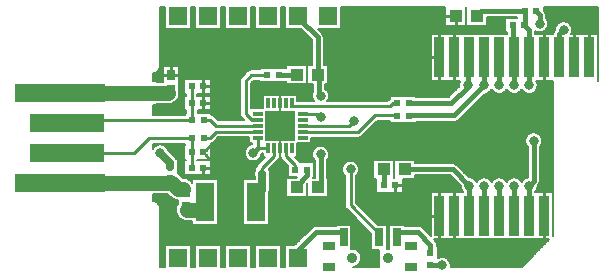
<source format=gtl>
G04 EasyPC Gerber Version 20.0.2 Build 4112 *
G04 #@! TF.Part,Single*
G04 #@! TF.FileFunction,Copper,L1,Top *
%FSLAX24Y24*%
%MOIN*%
G04 #@! TA.AperFunction,SMDPad*
%ADD22R,0.01200X0.03200*%
%ADD23R,0.03200X0.01200*%
%ADD26R,0.02200X0.02000*%
%ADD17R,0.02400X0.02400*%
%ADD16R,0.02400X0.02400*%
%ADD19R,0.02756X0.05906*%
%ADD27R,0.02800X0.03500*%
%ADD15R,0.03200X0.13200*%
%ADD71R,0.03937X0.03150*%
%ADD18R,0.04291X0.03937*%
%ADD25R,0.06000X0.12800*%
G04 #@! TA.AperFunction,ComponentPad*
%ADD28R,0.06000X0.06000*%
G04 #@! TA.AperFunction,SMDPad*
%ADD24R,0.10000X0.10000*%
G04 #@! TD.AperFunction*
%ADD10C,0.00500*%
%ADD14C,0.01000*%
%ADD74C,0.01500*%
%ADD72C,0.02500*%
G04 #@! TA.AperFunction,ViaPad*
%ADD29C,0.03200*%
G04 #@! TA.AperFunction,ComponentPad*
%ADD70C,0.03543*%
G04 #@! TA.AperFunction,SMDPad*
%ADD21R,0.25000X0.06300*%
%ADD20R,0.30000X0.06300*%
G04 #@! TD.AperFunction*
%ADD73C,0.05000*%
X0Y0D02*
D02*
D10*
X5025Y2525D02*
X5053Y2523D01*
X5081Y2519*
X5108Y2511*
X5133Y2500*
X5158Y2487*
X5181Y2471*
X5202Y2452*
X5220Y2431*
X5237Y2408*
X5250Y2384*
X5261Y2358*
X5269Y2331*
X5273Y2303*
X5275Y2275*
Y325*
X5450*
Y1050*
X6300*
Y325*
X6450*
Y1050*
X7300*
Y325*
X7450*
Y1050*
X7875*
Y4637*
X7205*
X7061Y4491*
X7045Y4477*
X7028Y4465*
X7010Y4454*
X6990Y4446*
X6970Y4440*
Y4370*
X6960*
Y3890*
X6500*
Y3870*
X6960*
Y3380*
X6080*
Y3870*
X6150*
Y3890*
X6080*
Y4380*
X6090*
Y4434*
X5025*
Y4262*
X5040Y4287*
X5058Y4310*
X5078Y4331*
X5100Y4350*
X5124Y4367*
X5150Y4381*
X5176Y4392*
X5204Y4401*
X5233Y4407*
X5262Y4410*
X5291Y4410*
X5320Y4406*
X5349Y4400*
X5377Y4391*
X5403Y4380*
X5429Y4365*
X5452Y4348*
X5474Y4329*
X5494Y4307*
X5512Y4284*
X5527Y4259*
X5539Y4233*
X5549Y4205*
X5792Y3962*
X5806Y3946*
X5820Y3928*
X5831Y3910*
X5860*
Y3835*
X5864Y3810*
X5865Y3785*
Y3665*
X5864Y3640*
X5860Y3615*
Y3451*
X5889Y3433*
X5915Y3413*
X5940Y3390*
X6030Y3300*
X6064Y3298*
X6098Y3294*
X6130Y3286*
X6163Y3276*
X6194Y3262*
X6223Y3246*
X6251Y3228*
X6278Y3207*
X6302Y3183*
X6324Y3158*
X6344Y3130*
X6350*
Y3240*
X7200*
Y1710*
X6350*
Y1850*
X6175*
X6141Y1852*
X6108Y1856*
X6075Y1864*
X6043Y1874*
X6012Y1888*
X5982Y1904*
X5954Y1922*
X5927Y1944*
X5903Y1967*
X5881Y1993*
X5861Y2020*
X5860*
Y2022*
X5843Y2050*
X5829Y2080*
X5818Y2111*
X5809Y2143*
X5803Y2176*
X5800Y2208*
Y2242*
X5803Y2274*
X5809Y2307*
X5818Y2339*
X5829Y2370*
X5843Y2400*
X5860Y2428*
Y2550*
X5829Y2553*
X5798Y2558*
X5768Y2566*
X5739Y2576*
X5711Y2588*
X5683Y2603*
X5657Y2620*
X5633Y2639*
X5610Y2660*
X5520Y2750*
X5025*
Y2525*
X5275Y364D02*
X5450D01*
X6300D02*
X6450D01*
X7300D02*
X7450D01*
X5275Y412D02*
X5450D01*
X6300D02*
X6450D01*
X7300D02*
X7450D01*
X5275Y460D02*
X5450D01*
X6300D02*
X6450D01*
X7300D02*
X7450D01*
X5275Y508D02*
X5450D01*
X6300D02*
X6450D01*
X7300D02*
X7450D01*
X5275Y556D02*
X5450D01*
X6300D02*
X6450D01*
X7300D02*
X7450D01*
X5275Y604D02*
X5450D01*
X6300D02*
X6450D01*
X7300D02*
X7450D01*
X5275Y652D02*
X5450D01*
X6300D02*
X6450D01*
X7300D02*
X7450D01*
X5275Y700D02*
X5450D01*
X6300D02*
X6450D01*
X7300D02*
X7450D01*
X5275Y748D02*
X5450D01*
X6300D02*
X6450D01*
X7300D02*
X7450D01*
X5275Y796D02*
X5450D01*
X6300D02*
X6450D01*
X7300D02*
X7450D01*
X5275Y844D02*
X5450D01*
X6300D02*
X6450D01*
X7300D02*
X7450D01*
X5275Y892D02*
X5450D01*
X6300D02*
X6450D01*
X7300D02*
X7450D01*
X5275Y940D02*
X5450D01*
X6300D02*
X6450D01*
X7300D02*
X7450D01*
X5275Y988D02*
X5450D01*
X6300D02*
X6450D01*
X7300D02*
X7450D01*
X5275Y1036D02*
X5450D01*
X6300D02*
X6450D01*
X7300D02*
X7450D01*
X5275Y1084D02*
X7875D01*
X5275Y1132D02*
X7875D01*
X5275Y1180D02*
X7875D01*
X5275Y1228D02*
X7875D01*
X5275Y1276D02*
X7875D01*
X5275Y1324D02*
X7875D01*
X5275Y1372D02*
X7875D01*
X5275Y1420D02*
X7875D01*
X5275Y1468D02*
X7875D01*
X5275Y1516D02*
X7875D01*
X5275Y1564D02*
X7875D01*
X5275Y1612D02*
X7875D01*
X5275Y1660D02*
X7875D01*
X5275Y1708D02*
X7875D01*
X5275Y1756D02*
X6350D01*
X7200D02*
X7875D01*
X5275Y1805D02*
X6350D01*
X7200D02*
X7875D01*
X5275Y1853D02*
X6131D01*
X7200D02*
X7875D01*
X5275Y1901D02*
X5987D01*
X7200D02*
X7875D01*
X5275Y1949D02*
X5922D01*
X7200D02*
X7875D01*
X5275Y1997D02*
X5878D01*
X7200D02*
X7875D01*
X5275Y2045D02*
X5846D01*
X7200D02*
X7875D01*
X5275Y2093D02*
X5824D01*
X7200D02*
X7875D01*
X5275Y2141D02*
X5810D01*
X7200D02*
X7875D01*
X5275Y2189D02*
X5802D01*
X7200D02*
X7875D01*
X5275Y2237D02*
X5800D01*
X7200D02*
X7875D01*
X5275Y2285D02*
X5805D01*
X7200D02*
X7875D01*
X5268Y2333D02*
X5816D01*
X7200D02*
X7875D01*
X5251Y2381D02*
X5834D01*
X7200D02*
X7875D01*
X5222Y2429D02*
X5860D01*
X7200D02*
X7875D01*
X5172Y2477D02*
X5860D01*
X7200D02*
X7875D01*
X5025Y2525D02*
X5860D01*
X7200D02*
X7875D01*
X5025Y2573D02*
X5746D01*
X7200D02*
X7875D01*
X5025Y2621D02*
X5655D01*
X7200D02*
X7875D01*
X5025Y2669D02*
X5601D01*
X7200D02*
X7875D01*
X5025Y2717D02*
X5553D01*
X7200D02*
X7875D01*
X7200Y2765D02*
X7875D01*
X7200Y2813D02*
X7875D01*
X7200Y2861D02*
X7875D01*
X7200Y2909D02*
X7875D01*
X7200Y2957D02*
X7875D01*
X7200Y3005D02*
X7875D01*
X7200Y3053D02*
X7875D01*
X7200Y3101D02*
X7875D01*
X6330Y3149D02*
X6350D01*
X7200D02*
X7875D01*
X6288Y3197D02*
X6350D01*
X7200D02*
X7875D01*
X6225Y3245D02*
X7875D01*
X6099Y3294D02*
X7875D01*
X5989Y3342D02*
X7875D01*
X5941Y3390D02*
X6080D01*
X6960D02*
X7875D01*
X5882Y3438D02*
X6080D01*
X6960D02*
X7875D01*
X5860Y3486D02*
X6080D01*
X6960D02*
X7875D01*
X5860Y3534D02*
X6080D01*
X6960D02*
X7875D01*
X5860Y3582D02*
X6080D01*
X6960D02*
X7875D01*
X5863Y3630D02*
X6080D01*
X6960D02*
X7875D01*
X5865Y3678D02*
X6080D01*
X6960D02*
X7875D01*
X5865Y3726D02*
X6080D01*
X6960D02*
X7875D01*
X5865Y3774D02*
X6080D01*
X6960D02*
X7875D01*
X5862Y3822D02*
X6080D01*
X6960D02*
X7875D01*
X5860Y3870D02*
X6150D01*
X6500D02*
X7875D01*
X5827Y3918D02*
X6080D01*
X6960D02*
X7875D01*
X5788Y3966D02*
X6080D01*
X6960D02*
X7875D01*
X5740Y4014D02*
X6080D01*
X6960D02*
X7875D01*
X5692Y4062D02*
X6080D01*
X6960D02*
X7875D01*
X5644Y4110D02*
X6080D01*
X6960D02*
X7875D01*
X5595Y4158D02*
X6080D01*
X6960D02*
X7875D01*
X5548Y4206D02*
X6080D01*
X6960D02*
X7875D01*
X5529Y4254D02*
X6080D01*
X6960D02*
X7875D01*
X5025Y4302D02*
X5052D01*
X5498D02*
X6080D01*
X6960D02*
X7875D01*
X5025Y4350D02*
X5100D01*
X5450D02*
X6080D01*
X6960D02*
X7875D01*
X5025Y4398D02*
X5194D01*
X5356D02*
X6090D01*
X6970D02*
X7875D01*
X6992Y4446D02*
X7875D01*
X7064Y4494D02*
X7875D01*
X7111Y4542D02*
X7875D01*
X7159Y4590D02*
X7875D01*
X5025Y5390D02*
X6090D01*
Y5460*
X6144*
Y5540*
X6080*
Y6030*
X6150*
Y6090*
X6080*
Y6580*
X6960*
Y6090*
X6500*
Y6030*
X6960*
Y5540*
X6526*
Y5460*
X6970*
Y5410*
X6990Y5404*
X7009Y5396*
X7027Y5386*
X7044Y5374*
X7060Y5360*
X7204Y5216*
X7875*
Y8250*
X7450*
Y8975*
X7300*
Y8250*
X6450*
Y8975*
X6300*
Y8250*
X5450*
Y8975*
X5275*
Y7025*
X5273Y6997*
X5269Y6969*
X5261Y6942*
X5250Y6917*
X5237Y6892*
X5221Y6869*
X5202Y6848*
X5181Y6830*
X5158Y6813*
X5134Y6800*
X5108Y6789*
X5081Y6781*
X5053Y6777*
X5025Y6775*
Y6532*
X5058Y6531*
X5090Y6527*
X5122Y6521*
X5153Y6512*
X5184Y6500*
X5360*
Y7030*
X5890*
Y6230*
X5897Y6201*
X5902Y6171*
X5905Y6140*
Y6110*
X5902Y6079*
X5897Y6049*
X5890Y6020*
Y5920*
X5844*
X5824Y5893*
X5802Y5867*
X5778Y5844*
X5751Y5822*
X5723Y5804*
X5694Y5788*
X5662Y5774*
X5630Y5764*
X5597Y5756*
X5564Y5752*
X5530Y5750*
X5184*
X5153Y5738*
X5122Y5729*
X5090Y5723*
X5058Y5719*
X5025Y5718*
Y5390*
X7174Y5246D02*
X7875D01*
X7126Y5294D02*
X7875D01*
X7078Y5342D02*
X7875D01*
X5025Y5390D02*
X6090D01*
X7021D02*
X7875D01*
X5025Y5438D02*
X6090D01*
X6970D02*
X7875D01*
X5025Y5486D02*
X6144D01*
X6526D02*
X7875D01*
X5025Y5534D02*
X6144D01*
X6526D02*
X7875D01*
X5025Y5582D02*
X6080D01*
X6960D02*
X7875D01*
X5025Y5630D02*
X6080D01*
X6960D02*
X7875D01*
X5025Y5678D02*
X6080D01*
X6960D02*
X7875D01*
X5108Y5726D02*
X6080D01*
X6960D02*
X7875D01*
X5663Y5774D02*
X6080D01*
X6960D02*
X7875D01*
X5751Y5822D02*
X6080D01*
X6960D02*
X7875D01*
X5805Y5870D02*
X6080D01*
X6960D02*
X7875D01*
X5843Y5918D02*
X6080D01*
X6960D02*
X7875D01*
X5890Y5966D02*
X6080D01*
X6960D02*
X7875D01*
X5890Y6014D02*
X6080D01*
X6960D02*
X7875D01*
X5900Y6062D02*
X6150D01*
X6500D02*
X7875D01*
X5905Y6110D02*
X6080D01*
X6960D02*
X7875D01*
X5904Y6159D02*
X6080D01*
X6960D02*
X7875D01*
X5896Y6207D02*
X6080D01*
X6960D02*
X7875D01*
X5890Y6255D02*
X6080D01*
X6960D02*
X7875D01*
X5890Y6303D02*
X6080D01*
X6960D02*
X7875D01*
X5890Y6351D02*
X6080D01*
X6960D02*
X7875D01*
X5890Y6399D02*
X6080D01*
X6960D02*
X7875D01*
X5890Y6447D02*
X6080D01*
X6960D02*
X7875D01*
X5890Y6495D02*
X6080D01*
X6960D02*
X7875D01*
X5025Y6543D02*
X5360D01*
X5890D02*
X6080D01*
X6960D02*
X7875D01*
X5025Y6591D02*
X5360D01*
X5890D02*
X7875D01*
X5025Y6639D02*
X5360D01*
X5890D02*
X7875D01*
X5025Y6687D02*
X5360D01*
X5890D02*
X7875D01*
X5025Y6735D02*
X5360D01*
X5890D02*
X7875D01*
X5087Y6783D02*
X5360D01*
X5890D02*
X7875D01*
X5183Y6831D02*
X5360D01*
X5890D02*
X7875D01*
X5228Y6879D02*
X5360D01*
X5890D02*
X7875D01*
X5255Y6927D02*
X5360D01*
X5890D02*
X7875D01*
X5270Y6975D02*
X5360D01*
X5890D02*
X7875D01*
X5275Y7023D02*
X5360D01*
X5890D02*
X7875D01*
X5275Y7071D02*
X7875D01*
X5275Y7119D02*
X7875D01*
X5275Y7167D02*
X7875D01*
X5275Y7215D02*
X7875D01*
X5275Y7263D02*
X7875D01*
X5275Y7311D02*
X7875D01*
X5275Y7359D02*
X7875D01*
X5275Y7407D02*
X7875D01*
X5275Y7455D02*
X7875D01*
X5275Y7503D02*
X7875D01*
X5275Y7551D02*
X7875D01*
X5275Y7599D02*
X7875D01*
X5275Y7647D02*
X7875D01*
X5275Y7696D02*
X7875D01*
X5275Y7744D02*
X7875D01*
X5275Y7792D02*
X7875D01*
X5275Y7840D02*
X7875D01*
X5275Y7888D02*
X7875D01*
X5275Y7936D02*
X7875D01*
X5275Y7984D02*
X7875D01*
X5275Y8032D02*
X7875D01*
X5275Y8080D02*
X7875D01*
X5275Y8128D02*
X7875D01*
X5275Y8176D02*
X7875D01*
X5275Y8224D02*
X7875D01*
X5275Y8272D02*
X5450D01*
X6300D02*
X6450D01*
X7300D02*
X7450D01*
X5275Y8320D02*
X5450D01*
X6300D02*
X6450D01*
X7300D02*
X7450D01*
X5275Y8368D02*
X5450D01*
X6300D02*
X6450D01*
X7300D02*
X7450D01*
X5275Y8416D02*
X5450D01*
X6300D02*
X6450D01*
X7300D02*
X7450D01*
X5275Y8464D02*
X5450D01*
X6300D02*
X6450D01*
X7300D02*
X7450D01*
X5275Y8512D02*
X5450D01*
X6300D02*
X6450D01*
X7300D02*
X7450D01*
X5275Y8560D02*
X5450D01*
X6300D02*
X6450D01*
X7300D02*
X7450D01*
X5275Y8608D02*
X5450D01*
X6300D02*
X6450D01*
X7300D02*
X7450D01*
X5275Y8656D02*
X5450D01*
X6300D02*
X6450D01*
X7300D02*
X7450D01*
X5275Y8704D02*
X5450D01*
X6300D02*
X6450D01*
X7300D02*
X7450D01*
X5275Y8752D02*
X5450D01*
X6300D02*
X6450D01*
X7300D02*
X7450D01*
X5275Y8800D02*
X5450D01*
X6300D02*
X6450D01*
X7300D02*
X7450D01*
X5275Y8848D02*
X5450D01*
X6300D02*
X6450D01*
X7300D02*
X7450D01*
X5275Y8896D02*
X5450D01*
X6300D02*
X6450D01*
X7300D02*
X7450D01*
X5275Y8944D02*
X5450D01*
X6300D02*
X6450D01*
X7300D02*
X7450D01*
X7875Y1050D02*
X8300D01*
Y325*
X8450*
Y1050*
X9300*
Y325*
X9450*
Y1050*
X9745*
X10322Y1628*
X10340Y1644*
X10360Y1658*
X10381Y1669*
X10404Y1679*
X10427Y1685*
X10451Y1689*
X10475Y1691*
X11126*
Y1734*
X11652*
Y927*
X11682Y929*
X11712Y928*
X11741Y923*
X11770Y916*
X11798Y907*
X11825Y894*
X11851Y879*
X11875Y861*
X11897Y841*
X11917Y819*
X11935Y795*
X11951Y770*
X11964Y743*
X11974Y715*
X11981Y686*
X11985Y656*
X11987Y627*
X11985Y596*
X11981Y566*
X11973Y537*
X11963Y508*
X11949Y481*
X11933Y455*
X11915Y431*
X11894Y409*
X11871Y389*
X11846Y371*
X11820Y356*
X11792Y344*
X11763Y335*
X11733Y328*
X11703Y325*
X12575*
Y545*
X12569Y572*
X12565Y599*
X12564Y627*
X12565Y654*
X12569Y682*
X12575Y709*
Y894*
X12307*
Y1423*
X11490Y2240*
X11476Y2256*
X11464Y2274*
X11453Y2292*
X11445Y2312*
X11439Y2333*
X11435Y2354*
X11434Y2375*
Y3363*
X11413Y3384*
X11394Y3408*
X11378Y3433*
X11365Y3459*
X11354Y3487*
X11346Y3516*
X11342Y3545*
X11340Y3575*
X11342Y3605*
X11346Y3634*
X11354Y3663*
X11365Y3691*
X11378Y3717*
X11394Y3742*
X11413Y3766*
X11434Y3787*
X11458Y3806*
X11483Y3822*
X11509Y3835*
X11537Y3846*
X11566Y3854*
X11595Y3858*
X11625Y3860*
X11655Y3858*
X11684Y3854*
X11713Y3846*
X11741Y3835*
X11767Y3822*
X11792Y3806*
X11816Y3787*
X11837Y3766*
X11856Y3742*
X11872Y3717*
X11885Y3691*
X11896Y3663*
X11904Y3634*
X11908Y3605*
X11910Y3575*
X11908Y3545*
X11904Y3516*
X11896Y3487*
X11885Y3459*
X11872Y3433*
X11856Y3408*
X11837Y3384*
X11816Y3363*
Y2454*
X12536Y1734*
X12575*
Y2790*
X12480*
Y3253*
X12385*
Y3897*
X12575*
Y5174*
X12503*
X12009Y4689*
X11993Y4675*
X11975Y4663*
X11957Y4653*
X11937Y4645*
X11917Y4639*
X11896Y4635*
X11875Y4634*
X10307*
Y4446*
X9854*
Y3993*
X9776*
X9919Y3851*
X9931Y3838*
X9941Y3824*
X9950Y3810*
X10420*
Y3320*
X10367*
X10359Y3297*
X10425*
Y3872*
X10406Y3893*
X10389Y3915*
X10374Y3939*
X10362Y3965*
X10353Y3991*
X10346Y4019*
X10341Y4047*
X10340Y4075*
X10342Y4105*
X10346Y4134*
X10354Y4163*
X10365Y4191*
X10378Y4217*
X10394Y4242*
X10413Y4266*
X10434Y4287*
X10458Y4306*
X10483Y4322*
X10509Y4335*
X10537Y4346*
X10566Y4354*
X10595Y4358*
X10625Y4360*
X10655Y4358*
X10684Y4354*
X10713Y4346*
X10741Y4335*
X10767Y4322*
X10792Y4306*
X10816Y4287*
X10837Y4266*
X10856Y4242*
X10872Y4217*
X10885Y4191*
X10896Y4163*
X10904Y4134*
X10908Y4105*
X10910Y4075*
X10909Y4047*
X10904Y4019*
X10897Y3992*
X10888Y3965*
X10876Y3940*
X10861Y3915*
X10844Y3893*
X10825Y3872*
Y3297*
X10865*
Y2653*
X10185*
Y3103*
X10165Y3082*
Y2653*
X9485*
Y3297*
X9814*
X9837Y3320*
X9540*
Y3689*
X9338Y3889*
X9323Y3905*
X9311Y3923*
X9300Y3942*
X9292Y3962*
X9286Y3982*
X9282Y4004*
X9281Y4025*
Y4278*
X9283Y4301*
X9287Y4324*
Y4563*
X9737*
Y5487*
X9287*
Y6057*
X9854*
Y5850*
X10400*
X10384Y5873*
X10371Y5897*
X10359Y5922*
X10351Y5948*
X10344Y5975*
X10341Y6002*
X10340Y6030*
X10342Y6057*
X10346Y6085*
X10353Y6111*
X10363Y6137*
X10375Y6162*
Y6403*
X10185*
Y7047*
X10325*
Y7892*
X9967Y8250*
X9450*
Y8975*
X9300*
Y8250*
X8450*
Y8975*
X8300*
Y8250*
X7875*
Y5216*
X8064*
X7990Y5290*
X7976Y5306*
X7964Y5324*
X7953Y5342*
X7945Y5362*
X7939Y5383*
X7935Y5404*
X7934Y5425*
Y6525*
X7935Y6546*
X7939Y6567*
X7945Y6588*
X7953Y6608*
X7963Y6626*
X7976Y6644*
X7990Y6660*
X8180Y6850*
X8196Y6864*
X8214Y6876*
X8232Y6887*
X8252Y6895*
X8273Y6901*
X8294Y6905*
X8315Y6906*
X8590*
Y6960*
X9470*
Y6941*
X9485*
Y7047*
X10165*
Y6403*
X9485*
Y6509*
X9470*
Y6470*
X8590*
Y6524*
X8394*
X8316Y6446*
Y5604*
X8696*
Y6057*
X9263*
Y5487*
X8813*
Y4563*
X9263*
Y4324*
X9267Y4301*
X9269Y4278*
Y4025*
X9268Y4004*
X9264Y3982*
X9258Y3962*
X9250Y3942*
X9239Y3923*
X9227Y3906*
X9213Y3890*
X8910Y3589*
Y3551*
X8922Y3525*
X8931Y3499*
X8938Y3471*
X8941Y3443*
X8941Y3415*
X8939Y3387*
X8933Y3359*
X8925Y3333*
Y2875*
X8924Y2852*
X8921Y2830*
X8916Y2808*
X8909Y2787*
X8900Y2766*
Y1710*
X8050*
Y3240*
X8425*
Y3333*
X8417Y3359*
X8411Y3387*
X8409Y3415*
X8409Y3443*
X8413Y3471*
X8419Y3499*
X8428Y3525*
X8440Y3551*
Y3650*
X8486*
X8490Y3671*
X8496Y3691*
X8504Y3710*
X8514Y3728*
X8527Y3745*
X8541Y3760*
X8775Y3993*
X8696*
Y4103*
X8659*
X8655Y4074*
X8649Y4045*
X8639Y4018*
X8627Y3992*
X8612Y3967*
X8595Y3943*
X8575Y3922*
X8553Y3903*
X8530Y3886*
X8504Y3871*
X8478Y3859*
X8450Y3850*
X8422Y3844*
X8393Y3841*
X8364Y3840*
X8335Y3843*
X8306Y3848*
X8278Y3857*
X8252Y3868*
X8226Y3882*
X8202Y3898*
X8180Y3917*
X8160Y3938*
X8142Y3961*
X8126Y3986*
X8113Y4012*
X8103Y4039*
X8096Y4067*
X8091Y4096*
X8090Y4125*
X8091Y4154*
X8096Y4183*
X8103Y4211*
X8114Y4239*
X8127Y4265*
X8142Y4290*
X8160Y4313*
X8181Y4334*
X8203Y4352*
X8227Y4369*
X8253Y4383*
X8280Y4394*
X8308Y4402*
X8337Y4407*
Y4446*
X8243*
Y4637*
X7875*
Y1050*
X8300Y330D02*
X8450D01*
X9300D02*
X9450D01*
X11740D02*
X12575D01*
X8300Y378D02*
X8450D01*
X9300D02*
X9450D01*
X11856D02*
X12575D01*
X8300Y426D02*
X8450D01*
X9300D02*
X9450D01*
X11910D02*
X12575D01*
X8300Y474D02*
X8450D01*
X9300D02*
X9450D01*
X11945D02*
X12575D01*
X8300Y522D02*
X8450D01*
X9300D02*
X9450D01*
X11968D02*
X12575D01*
X8300Y570D02*
X8450D01*
X9300D02*
X9450D01*
X11981D02*
X12569D01*
X8300Y618D02*
X8450D01*
X9300D02*
X9450D01*
X11987D02*
X12564D01*
X8300Y666D02*
X8450D01*
X9300D02*
X9450D01*
X11984D02*
X12566D01*
X8300Y714D02*
X8450D01*
X9300D02*
X9450D01*
X11974D02*
X12575D01*
X8300Y762D02*
X8450D01*
X9300D02*
X9450D01*
X11955D02*
X12575D01*
X8300Y810D02*
X8450D01*
X9300D02*
X9450D01*
X11925D02*
X12575D01*
X8300Y858D02*
X8450D01*
X9300D02*
X9450D01*
X11879D02*
X12575D01*
X8300Y906D02*
X8450D01*
X9300D02*
X9450D01*
X11800D02*
X12307D01*
X8300Y954D02*
X8450D01*
X9300D02*
X9450D01*
X11652D02*
X12307D01*
X8300Y1002D02*
X8450D01*
X9300D02*
X9450D01*
X11652D02*
X12307D01*
X7875Y1050D02*
X9745D01*
X11652D02*
X12307D01*
X7875Y1098D02*
X9793D01*
X11652D02*
X12307D01*
X7875Y1146D02*
X9841D01*
X11652D02*
X12307D01*
X7875Y1194D02*
X9889D01*
X11652D02*
X12307D01*
X7875Y1242D02*
X9937D01*
X11652D02*
X12307D01*
X7875Y1290D02*
X9985D01*
X11652D02*
X12307D01*
X7875Y1338D02*
X10033D01*
X11652D02*
X12307D01*
X7875Y1386D02*
X10081D01*
X11652D02*
X12307D01*
X7875Y1434D02*
X10129D01*
X11652D02*
X12296D01*
X7875Y1482D02*
X10177D01*
X11652D02*
X12248D01*
X7875Y1530D02*
X10225D01*
X11652D02*
X12200D01*
X7875Y1578D02*
X10273D01*
X11652D02*
X12152D01*
X7875Y1626D02*
X10321D01*
X11652D02*
X12104D01*
X7875Y1674D02*
X10393D01*
X11652D02*
X12056D01*
X7875Y1722D02*
X8050D01*
X8900D02*
X11126D01*
X11652D02*
X12008D01*
X7875Y1770D02*
X8050D01*
X8900D02*
X11960D01*
X12499D02*
X12575D01*
X7875Y1819D02*
X8050D01*
X8900D02*
X11912D01*
X12451D02*
X12575D01*
X7875Y1867D02*
X8050D01*
X8900D02*
X11864D01*
X12403D02*
X12575D01*
X7875Y1915D02*
X8050D01*
X8900D02*
X11816D01*
X12355D02*
X12575D01*
X7875Y1963D02*
X8050D01*
X8900D02*
X11768D01*
X12307D02*
X12575D01*
X7875Y2011D02*
X8050D01*
X8900D02*
X11720D01*
X12259D02*
X12575D01*
X7875Y2059D02*
X8050D01*
X8900D02*
X11672D01*
X12211D02*
X12575D01*
X7875Y2107D02*
X8050D01*
X8900D02*
X11624D01*
X12163D02*
X12575D01*
X7875Y2155D02*
X8050D01*
X8900D02*
X11576D01*
X12115D02*
X12575D01*
X7875Y2203D02*
X8050D01*
X8900D02*
X11527D01*
X12067D02*
X12575D01*
X7875Y2251D02*
X8050D01*
X8900D02*
X11480D01*
X12019D02*
X12575D01*
X7875Y2299D02*
X8050D01*
X8900D02*
X11450D01*
X11971D02*
X12575D01*
X7875Y2347D02*
X8050D01*
X8900D02*
X11436D01*
X11923D02*
X12575D01*
X7875Y2395D02*
X8050D01*
X8900D02*
X11434D01*
X11875D02*
X12575D01*
X7875Y2443D02*
X8050D01*
X8900D02*
X11434D01*
X11827D02*
X12575D01*
X7875Y2491D02*
X8050D01*
X8900D02*
X11434D01*
X11816D02*
X12575D01*
X7875Y2539D02*
X8050D01*
X8900D02*
X11434D01*
X11816D02*
X12575D01*
X7875Y2587D02*
X8050D01*
X8900D02*
X11434D01*
X11816D02*
X12575D01*
X7875Y2635D02*
X8050D01*
X8900D02*
X11434D01*
X11816D02*
X12575D01*
X7875Y2683D02*
X8050D01*
X8900D02*
X9485D01*
X10165D02*
X10185D01*
X10865D02*
X11434D01*
X11816D02*
X12575D01*
X7875Y2731D02*
X8050D01*
X8900D02*
X9485D01*
X10165D02*
X10185D01*
X10865D02*
X11434D01*
X11816D02*
X12575D01*
X7875Y2779D02*
X8050D01*
X8906D02*
X9485D01*
X10165D02*
X10185D01*
X10865D02*
X11434D01*
X11816D02*
X12575D01*
X7875Y2827D02*
X8050D01*
X8920D02*
X9485D01*
X10165D02*
X10185D01*
X10865D02*
X11434D01*
X11816D02*
X12480D01*
X7875Y2875D02*
X8050D01*
X8925D02*
X9485D01*
X10165D02*
X10185D01*
X10865D02*
X11434D01*
X11816D02*
X12480D01*
X7875Y2923D02*
X8050D01*
X8925D02*
X9485D01*
X10165D02*
X10185D01*
X10865D02*
X11434D01*
X11816D02*
X12480D01*
X7875Y2971D02*
X8050D01*
X8925D02*
X9485D01*
X10165D02*
X10185D01*
X10865D02*
X11434D01*
X11816D02*
X12480D01*
X7875Y3019D02*
X8050D01*
X8925D02*
X9485D01*
X10165D02*
X10185D01*
X10865D02*
X11434D01*
X11816D02*
X12480D01*
X7875Y3067D02*
X8050D01*
X8925D02*
X9485D01*
X10165D02*
X10185D01*
X10865D02*
X11434D01*
X11816D02*
X12480D01*
X7875Y3115D02*
X8050D01*
X8925D02*
X9485D01*
X10865D02*
X11434D01*
X11816D02*
X12480D01*
X7875Y3163D02*
X8050D01*
X8925D02*
X9485D01*
X10865D02*
X11434D01*
X11816D02*
X12480D01*
X7875Y3211D02*
X8050D01*
X8925D02*
X9485D01*
X10865D02*
X11434D01*
X11816D02*
X12480D01*
X7875Y3259D02*
X8425D01*
X8925D02*
X9485D01*
X10865D02*
X11434D01*
X11816D02*
X12385D01*
X7875Y3307D02*
X8425D01*
X8925D02*
X9825D01*
X10363D02*
X10425D01*
X10825D02*
X11434D01*
X11816D02*
X12385D01*
X7875Y3356D02*
X8418D01*
X8932D02*
X9540D01*
X10420D02*
X10425D01*
X10825D02*
X11434D01*
X11816D02*
X12385D01*
X7875Y3404D02*
X8409D01*
X8941D02*
X9540D01*
X10420D02*
X10425D01*
X10825D02*
X11397D01*
X11853D02*
X12385D01*
X7875Y3452D02*
X8410D01*
X8940D02*
X9540D01*
X10420D02*
X10425D01*
X10825D02*
X11368D01*
X11882D02*
X12385D01*
X7875Y3500D02*
X8419D01*
X8931D02*
X9540D01*
X10420D02*
X10425D01*
X10825D02*
X11350D01*
X11900D02*
X12385D01*
X7875Y3548D02*
X8438D01*
X8912D02*
X9540D01*
X10420D02*
X10425D01*
X10825D02*
X11341D01*
X11909D02*
X12385D01*
X7875Y3596D02*
X8440D01*
X8916D02*
X9540D01*
X10420D02*
X10425D01*
X10825D02*
X11341D01*
X11909D02*
X12385D01*
X7875Y3644D02*
X8440D01*
X8965D02*
X9540D01*
X10420D02*
X10425D01*
X10825D02*
X11348D01*
X11902D02*
X12385D01*
X7875Y3692D02*
X8496D01*
X9013D02*
X9537D01*
X10420D02*
X10425D01*
X10825D02*
X11365D01*
X11885D02*
X12385D01*
X7875Y3740D02*
X8523D01*
X9061D02*
X9489D01*
X10420D02*
X10425D01*
X10825D02*
X11392D01*
X11858D02*
X12385D01*
X7875Y3788D02*
X8568D01*
X9110D02*
X9440D01*
X10420D02*
X10425D01*
X10825D02*
X11435D01*
X11815D02*
X12385D01*
X7875Y3836D02*
X8617D01*
X9158D02*
X9392D01*
X9933D02*
X10425D01*
X10825D02*
X11510D01*
X11740D02*
X12385D01*
X7875Y3884D02*
X8223D01*
X8527D02*
X8665D01*
X9207D02*
X9343D01*
X9886D02*
X10414D01*
X10836D02*
X12385D01*
X7875Y3932D02*
X8165D01*
X8585D02*
X8714D01*
X9245D02*
X9305D01*
X9837D02*
X10379D01*
X10871D02*
X12575D01*
X7875Y3980D02*
X8130D01*
X8620D02*
X8762D01*
X9264D02*
X9287D01*
X9789D02*
X10356D01*
X10894D02*
X12575D01*
X7875Y4028D02*
X8107D01*
X8643D02*
X8696D01*
X9269D02*
X9281D01*
X9854D02*
X10344D01*
X10906D02*
X12575D01*
X7875Y4076D02*
X8094D01*
X8656D02*
X8696D01*
X9269D02*
X9281D01*
X9854D02*
X10340D01*
X10910D02*
X12575D01*
X7875Y4124D02*
X8090D01*
X9269D02*
X9281D01*
X9854D02*
X10344D01*
X10906D02*
X12575D01*
X7875Y4172D02*
X8094D01*
X9269D02*
X9281D01*
X9854D02*
X10357D01*
X10893D02*
X12575D01*
X7875Y4220D02*
X8106D01*
X9269D02*
X9281D01*
X9854D02*
X10380D01*
X10870D02*
X12575D01*
X7875Y4268D02*
X8129D01*
X9269D02*
X9281D01*
X9854D02*
X10415D01*
X10835D02*
X12575D01*
X7875Y4316D02*
X8164D01*
X9265D02*
X9285D01*
X9854D02*
X10473D01*
X10777D02*
X12575D01*
X7875Y4364D02*
X8220D01*
X9263D02*
X9287D01*
X9854D02*
X12575D01*
X7875Y4412D02*
X8337D01*
X9263D02*
X9287D01*
X9854D02*
X12575D01*
X7875Y4460D02*
X8243D01*
X9263D02*
X9287D01*
X10307D02*
X12575D01*
X7875Y4508D02*
X8243D01*
X9263D02*
X9287D01*
X10307D02*
X12575D01*
X7875Y4556D02*
X8243D01*
X9263D02*
X9287D01*
X10307D02*
X12575D01*
X7875Y4604D02*
X8243D01*
X8813D02*
X9737D01*
X10307D02*
X12575D01*
X8813Y4652D02*
X9737D01*
X11956D02*
X12575D01*
X8813Y4700D02*
X9737D01*
X12020D02*
X12575D01*
X8813Y4748D02*
X9737D01*
X12069D02*
X12575D01*
X8813Y4796D02*
X9737D01*
X12118D02*
X12575D01*
X8813Y4844D02*
X9737D01*
X12167D02*
X12575D01*
X8813Y4893D02*
X9737D01*
X12216D02*
X12575D01*
X8813Y4941D02*
X9737D01*
X12265D02*
X12575D01*
X8813Y4989D02*
X9737D01*
X12314D02*
X12575D01*
X8813Y5037D02*
X9737D01*
X12363D02*
X12575D01*
X8813Y5085D02*
X9737D01*
X12412D02*
X12575D01*
X8813Y5133D02*
X9737D01*
X12461D02*
X12575D01*
X8813Y5181D02*
X9737D01*
X7875Y5229D02*
X8051D01*
X8813D02*
X9737D01*
X7875Y5277D02*
X8003D01*
X8813D02*
X9737D01*
X7875Y5325D02*
X7963D01*
X8813D02*
X9737D01*
X7875Y5373D02*
X7942D01*
X8813D02*
X9737D01*
X7875Y5421D02*
X7934D01*
X8813D02*
X9737D01*
X7875Y5469D02*
X7934D01*
X8813D02*
X9737D01*
X7875Y5517D02*
X7934D01*
X9263D02*
X9287D01*
X7875Y5565D02*
X7934D01*
X9263D02*
X9287D01*
X7875Y5613D02*
X7934D01*
X8316D02*
X8696D01*
X9263D02*
X9287D01*
X7875Y5661D02*
X7934D01*
X8316D02*
X8696D01*
X9263D02*
X9287D01*
X7875Y5709D02*
X7934D01*
X8316D02*
X8696D01*
X9263D02*
X9287D01*
X7875Y5757D02*
X7934D01*
X8316D02*
X8696D01*
X9263D02*
X9287D01*
X7875Y5805D02*
X7934D01*
X8316D02*
X8696D01*
X9263D02*
X9287D01*
X7875Y5853D02*
X7934D01*
X8316D02*
X8696D01*
X9263D02*
X9287D01*
X9854D02*
X10398D01*
X7875Y5901D02*
X7934D01*
X8316D02*
X8696D01*
X9263D02*
X9287D01*
X9854D02*
X10368D01*
X7875Y5949D02*
X7934D01*
X8316D02*
X8696D01*
X9263D02*
X9287D01*
X9854D02*
X10350D01*
X7875Y5997D02*
X7934D01*
X8316D02*
X8696D01*
X9263D02*
X9287D01*
X9854D02*
X10341D01*
X7875Y6045D02*
X7934D01*
X8316D02*
X8696D01*
X9263D02*
X9287D01*
X9854D02*
X10341D01*
X7875Y6093D02*
X7934D01*
X8316D02*
X10348D01*
X7875Y6141D02*
X7934D01*
X8316D02*
X10365D01*
X7875Y6189D02*
X7934D01*
X8316D02*
X10375D01*
X7875Y6237D02*
X7934D01*
X8316D02*
X10375D01*
X7875Y6285D02*
X7934D01*
X8316D02*
X10375D01*
X7875Y6333D02*
X7934D01*
X8316D02*
X10375D01*
X7875Y6381D02*
X7934D01*
X8316D02*
X10375D01*
X7875Y6430D02*
X7934D01*
X8316D02*
X9485D01*
X10165D02*
X10185D01*
X7875Y6478D02*
X7934D01*
X8347D02*
X8590D01*
X9470D02*
X9485D01*
X10165D02*
X10185D01*
X7875Y6526D02*
X7934D01*
X10165D02*
X10185D01*
X7875Y6574D02*
X7941D01*
X10165D02*
X10185D01*
X7875Y6622D02*
X7961D01*
X10165D02*
X10185D01*
X7875Y6670D02*
X8000D01*
X10165D02*
X10185D01*
X7875Y6718D02*
X8048D01*
X10165D02*
X10185D01*
X7875Y6766D02*
X8096D01*
X10165D02*
X10185D01*
X7875Y6814D02*
X8144D01*
X10165D02*
X10185D01*
X7875Y6862D02*
X8193D01*
X10165D02*
X10185D01*
X7875Y6910D02*
X8590D01*
X10165D02*
X10185D01*
X7875Y6958D02*
X8590D01*
X9470D02*
X9485D01*
X10165D02*
X10185D01*
X7875Y7006D02*
X9485D01*
X10165D02*
X10185D01*
X7875Y7054D02*
X10325D01*
X7875Y7102D02*
X10325D01*
X7875Y7150D02*
X10325D01*
X7875Y7198D02*
X10325D01*
X7875Y7246D02*
X10325D01*
X7875Y7294D02*
X10325D01*
X7875Y7342D02*
X10325D01*
X7875Y7390D02*
X10325D01*
X7875Y7438D02*
X10325D01*
X7875Y7486D02*
X10325D01*
X7875Y7534D02*
X10325D01*
X7875Y7582D02*
X10325D01*
X7875Y7630D02*
X10325D01*
X7875Y7678D02*
X10325D01*
X7875Y7726D02*
X10325D01*
X7875Y7774D02*
X10325D01*
X7875Y7822D02*
X10325D01*
X7875Y7870D02*
X10325D01*
X7875Y7919D02*
X10299D01*
X7875Y7967D02*
X10251D01*
X7875Y8015D02*
X10203D01*
X7875Y8063D02*
X10155D01*
X7875Y8111D02*
X10107D01*
X7875Y8159D02*
X10059D01*
X7875Y8207D02*
X10010D01*
X8300Y8255D02*
X8450D01*
X9300D02*
X9450D01*
X8300Y8303D02*
X8450D01*
X9300D02*
X9450D01*
X8300Y8351D02*
X8450D01*
X9300D02*
X9450D01*
X8300Y8399D02*
X8450D01*
X9300D02*
X9450D01*
X8300Y8447D02*
X8450D01*
X9300D02*
X9450D01*
X8300Y8495D02*
X8450D01*
X9300D02*
X9450D01*
X8300Y8543D02*
X8450D01*
X9300D02*
X9450D01*
X8300Y8591D02*
X8450D01*
X9300D02*
X9450D01*
X8300Y8639D02*
X8450D01*
X9300D02*
X9450D01*
X8300Y8687D02*
X8450D01*
X9300D02*
X9450D01*
X8300Y8735D02*
X8450D01*
X9300D02*
X9450D01*
X8300Y8783D02*
X8450D01*
X9300D02*
X9450D01*
X8300Y8831D02*
X8450D01*
X9300D02*
X9450D01*
X8300Y8879D02*
X8450D01*
X9300D02*
X9450D01*
X8300Y8927D02*
X8450D01*
X9300D02*
X9450D01*
X12575Y1734D02*
X12833D01*
Y927*
X12855Y929*
X12876*
X12898Y927*
Y1734*
X13424*
Y1691*
X13875*
X13899Y1689*
X13923Y1685*
X13946Y1679*
X13969Y1669*
X13990Y1658*
X14010Y1644*
X14028Y1628*
X14290Y1365*
Y2810*
X15375*
Y2822*
X15356Y2843*
X15339Y2865*
X15324Y2889*
X15312Y2915*
X15303Y2941*
X15296Y2969*
X15291Y2997*
X15290Y3025*
Y3027*
X14942Y3375*
X13765*
Y3253*
X13360*
Y2790*
X12575*
Y1734*
X12833Y966D02*
X12898D01*
X12833Y1014D02*
X12898D01*
X12833Y1062D02*
X12898D01*
X12833Y1110D02*
X12898D01*
X12833Y1158D02*
X12898D01*
X12833Y1206D02*
X12898D01*
X12833Y1254D02*
X12898D01*
X12833Y1302D02*
X12898D01*
X12833Y1350D02*
X12898D01*
X12833Y1398D02*
X12898D01*
X14257D02*
X14290D01*
X12833Y1446D02*
X12898D01*
X14209D02*
X14290D01*
X12833Y1494D02*
X12898D01*
X14161D02*
X14290D01*
X12833Y1542D02*
X12898D01*
X14113D02*
X14290D01*
X12833Y1590D02*
X12898D01*
X14065D02*
X14290D01*
X12833Y1638D02*
X12898D01*
X14016D02*
X14290D01*
X12833Y1686D02*
X12898D01*
X13919D02*
X14290D01*
X12575Y1734D02*
X14290D01*
X12575Y1782D02*
X14290D01*
X12575Y1830D02*
X14290D01*
X12575Y1878D02*
X14290D01*
X12575Y1926D02*
X14290D01*
X12575Y1974D02*
X14290D01*
X12575Y2022D02*
X14290D01*
X12575Y2070D02*
X14290D01*
X12575Y2119D02*
X14290D01*
X12575Y2167D02*
X14290D01*
X12575Y2215D02*
X14290D01*
X12575Y2263D02*
X14290D01*
X12575Y2311D02*
X14290D01*
X12575Y2359D02*
X14290D01*
X12575Y2407D02*
X14290D01*
X12575Y2455D02*
X14290D01*
X12575Y2503D02*
X14290D01*
X12575Y2551D02*
X14290D01*
X12575Y2599D02*
X14290D01*
X12575Y2647D02*
X14290D01*
X12575Y2695D02*
X14290D01*
X12575Y2743D02*
X14290D01*
X13360Y2791D02*
X14290D01*
X13360Y2839D02*
X15359D01*
X13360Y2887D02*
X15326D01*
X13360Y2935D02*
X15305D01*
X13360Y2983D02*
X15293D01*
X13360Y3031D02*
X15286D01*
X13360Y3079D02*
X15238D01*
X13360Y3127D02*
X15190D01*
X13360Y3175D02*
X15142D01*
X13360Y3223D02*
X15094D01*
X13765Y3271D02*
X15046D01*
X13765Y3319D02*
X14998D01*
X13765Y3367D02*
X14950D01*
X12575Y3897D02*
X13065D01*
Y3280*
X13085*
Y3897*
X13765*
Y3775*
X15025*
X15047Y3774*
X15070Y3770*
X15091Y3764*
X15112Y3755*
X15131Y3744*
X15150Y3731*
X15166Y3716*
X15573Y3310*
X15601Y3309*
X15628Y3305*
X15655Y3298*
X15682Y3289*
X15707Y3278*
X15731Y3263*
X15754Y3247*
X15775Y3228*
X15794Y3208*
X15810Y3186*
X15825Y3162*
X15840Y3187*
X15858Y3210*
X15878Y3231*
X15900Y3250*
X15924Y3266*
X15949Y3281*
X15976Y3292*
X16003Y3301*
X16032Y3307*
X16060Y3310*
X16089*
X16118Y3307*
X16147Y3301*
X16174Y3292*
X16201Y3281*
X16226Y3266*
X16250Y3250*
X16272Y3231*
X16292Y3210*
X16310Y3187*
X16325Y3162*
X16340Y3187*
X16358Y3210*
X16378Y3231*
X16400Y3250*
X16424Y3266*
X16449Y3281*
X16476Y3292*
X16503Y3301*
X16532Y3307*
X16560Y3310*
X16589*
X16618Y3307*
X16647Y3301*
X16674Y3292*
X16701Y3281*
X16726Y3266*
X16750Y3250*
X16772Y3231*
X16792Y3210*
X16810Y3187*
X16825Y3162*
X16840Y3187*
X16858Y3210*
X16878Y3231*
X16900Y3250*
X16924Y3266*
X16949Y3281*
X16976Y3292*
X17003Y3301*
X17032Y3307*
X17060Y3310*
X17089*
X17118Y3307*
X17147Y3301*
X17174Y3292*
X17201Y3281*
X17226Y3266*
X17250Y3250*
X17272Y3231*
X17292Y3210*
X17310Y3187*
X17325Y3162*
X17340Y3186*
X17357Y3208*
X17376Y3229*
X17397Y3248*
X17420Y3264*
X17445Y3279*
X17471Y3290*
X17497Y3299*
X17525Y3306*
Y4322*
X17506Y4343*
X17489Y4365*
X17474Y4389*
X17462Y4415*
X17453Y4441*
X17446Y4469*
X17441Y4497*
X17440Y4525*
X17442Y4555*
X17446Y4584*
X17454Y4613*
X17465Y4641*
X17478Y4667*
X17494Y4692*
X17513Y4716*
X17534Y4737*
X17558Y4756*
X17583Y4772*
X17609Y4785*
X17637Y4796*
X17666Y4804*
X17695Y4808*
X17725Y4810*
X17755Y4808*
X17784Y4804*
X17813Y4796*
X17841Y4785*
X17867Y4772*
X17892Y4756*
X17916Y4737*
X17937Y4716*
X17956Y4692*
X17972Y4667*
X17985Y4641*
X17996Y4613*
X18004Y4584*
X18008Y4555*
X18010Y4525*
X18009Y4497*
X18004Y4469*
X17997Y4442*
X17988Y4415*
X17976Y4390*
X17961Y4365*
X17944Y4343*
X17925Y4322*
Y3175*
X17924Y3153*
X17920Y3130*
X17914Y3109*
X17905Y3088*
X17894Y3069*
X17881Y3050*
X17866Y3034*
X17860Y3027*
Y3025*
X17859Y2997*
X17854Y2969*
X17847Y2942*
X17838Y2915*
X17826Y2890*
X17811Y2865*
X17794Y2843*
X17775Y2822*
Y2810*
X18360*
Y1360*
X18375Y1375*
Y6520*
X17820*
X17832Y6498*
X17842Y6474*
X17850Y6450*
X17856Y6425*
X17859Y6400*
X17860Y6375*
X17859Y6346*
X17854Y6318*
X17847Y6290*
X17837Y6262*
X17824Y6236*
X17809Y6212*
X17791Y6189*
X17771Y6168*
X17749Y6149*
X17725Y6133*
X17700Y6119*
X17673Y6108*
X17646Y6099*
X17617Y6093*
X17589Y6090*
X17560Y6090*
X17531Y6093*
X17503Y6099*
X17475Y6108*
X17448Y6120*
X17423Y6134*
X17400Y6151*
X17378Y6169*
X17358Y6191*
X17340Y6213*
X17325Y6238*
X17310Y6213*
X17292Y6190*
X17272Y6169*
X17250Y6150*
X17226Y6134*
X17201Y6119*
X17174Y6108*
X17147Y6099*
X17118Y6093*
X17090Y6090*
X17061*
X17032Y6093*
X17003Y6099*
X16976Y6108*
X16949Y6119*
X16924Y6134*
X16900Y6150*
X16878Y6169*
X16858Y6190*
X16840Y6213*
X16825Y6238*
X16810Y6213*
X16792Y6190*
X16772Y6169*
X16750Y6150*
X16726Y6134*
X16701Y6119*
X16674Y6108*
X16647Y6099*
X16618Y6093*
X16590Y6090*
X16561*
X16532Y6093*
X16503Y6099*
X16476Y6108*
X16449Y6119*
X16424Y6134*
X16400Y6150*
X16378Y6169*
X16358Y6190*
X16340Y6213*
X16325Y6238*
X16310Y6214*
X16293Y6191*
X16274Y6171*
X16252Y6152*
X16229Y6135*
X16205Y6121*
X16179Y6110*
X16152Y6101*
X16124Y6094*
X16096Y6091*
X15228Y5222*
X15210Y5206*
X15190Y5192*
X15169Y5181*
X15146Y5171*
X15123Y5165*
X15099Y5161*
X15075Y5159*
X13820*
Y5120*
X12940*
Y5174*
X12575*
Y3897*
X18360Y1399D02*
X18375D01*
X18360Y1447D02*
X18375D01*
X18360Y1495D02*
X18375D01*
X18360Y1543D02*
X18375D01*
X18360Y1591D02*
X18375D01*
X18360Y1639D02*
X18375D01*
X18360Y1687D02*
X18375D01*
X18360Y1735D02*
X18375D01*
X18360Y1783D02*
X18375D01*
X18360Y1831D02*
X18375D01*
X18360Y1880D02*
X18375D01*
X18360Y1928D02*
X18375D01*
X18360Y1976D02*
X18375D01*
X18360Y2024D02*
X18375D01*
X18360Y2072D02*
X18375D01*
X18360Y2120D02*
X18375D01*
X18360Y2168D02*
X18375D01*
X18360Y2216D02*
X18375D01*
X18360Y2264D02*
X18375D01*
X18360Y2312D02*
X18375D01*
X18360Y2360D02*
X18375D01*
X18360Y2408D02*
X18375D01*
X18360Y2456D02*
X18375D01*
X18360Y2504D02*
X18375D01*
X18360Y2552D02*
X18375D01*
X18360Y2600D02*
X18375D01*
X18360Y2648D02*
X18375D01*
X18360Y2696D02*
X18375D01*
X18360Y2744D02*
X18375D01*
X18360Y2792D02*
X18375D01*
X17792Y2840D02*
X18375D01*
X17825Y2888D02*
X18375D01*
X17846Y2936D02*
X18375D01*
X17857Y2984D02*
X18375D01*
X17865Y3032D02*
X18375D01*
X17901Y3080D02*
X18375D01*
X17919Y3128D02*
X18375D01*
X15816Y3176D02*
X15834D01*
X16316D02*
X16334D01*
X16816D02*
X16834D01*
X17316D02*
X17334D01*
X17925D02*
X18375D01*
X15779Y3224D02*
X15871D01*
X16279D02*
X16371D01*
X16779D02*
X16871D01*
X17279D02*
X17371D01*
X17925D02*
X18375D01*
X15716Y3272D02*
X15934D01*
X16216D02*
X16434D01*
X16716D02*
X16934D01*
X17216D02*
X17434D01*
X17925D02*
X18375D01*
X13065Y3320D02*
X13085D01*
X15562D02*
X17525D01*
X17925D02*
X18375D01*
X13065Y3369D02*
X13085D01*
X15514D02*
X17525D01*
X17925D02*
X18375D01*
X13065Y3417D02*
X13085D01*
X15466D02*
X17525D01*
X17925D02*
X18375D01*
X13065Y3465D02*
X13085D01*
X15418D02*
X17525D01*
X17925D02*
X18375D01*
X13065Y3513D02*
X13085D01*
X15370D02*
X17525D01*
X17925D02*
X18375D01*
X13065Y3561D02*
X13085D01*
X15322D02*
X17525D01*
X17925D02*
X18375D01*
X13065Y3609D02*
X13085D01*
X15274D02*
X17525D01*
X17925D02*
X18375D01*
X13065Y3657D02*
X13085D01*
X15226D02*
X17525D01*
X17925D02*
X18375D01*
X13065Y3705D02*
X13085D01*
X15178D02*
X17525D01*
X17925D02*
X18375D01*
X13065Y3753D02*
X13085D01*
X15117D02*
X17525D01*
X17925D02*
X18375D01*
X13065Y3801D02*
X13085D01*
X13765D02*
X17525D01*
X17925D02*
X18375D01*
X13065Y3849D02*
X13085D01*
X13765D02*
X17525D01*
X17925D02*
X18375D01*
X12575Y3897D02*
X17525D01*
X17925D02*
X18375D01*
X12575Y3945D02*
X17525D01*
X17925D02*
X18375D01*
X12575Y3993D02*
X17525D01*
X17925D02*
X18375D01*
X12575Y4041D02*
X17525D01*
X17925D02*
X18375D01*
X12575Y4089D02*
X17525D01*
X17925D02*
X18375D01*
X12575Y4137D02*
X17525D01*
X17925D02*
X18375D01*
X12575Y4185D02*
X17525D01*
X17925D02*
X18375D01*
X12575Y4233D02*
X17525D01*
X17925D02*
X18375D01*
X12575Y4281D02*
X17525D01*
X17925D02*
X18375D01*
X12575Y4329D02*
X17518D01*
X17932D02*
X18375D01*
X12575Y4377D02*
X17481D01*
X17969D02*
X18375D01*
X12575Y4425D02*
X17458D01*
X17992D02*
X18375D01*
X12575Y4473D02*
X17445D01*
X18005D02*
X18375D01*
X12575Y4521D02*
X17440D01*
X18010D02*
X18375D01*
X12575Y4569D02*
X17443D01*
X18007D02*
X18375D01*
X12575Y4617D02*
X17455D01*
X17995D02*
X18375D01*
X12575Y4665D02*
X17477D01*
X17973D02*
X18375D01*
X12575Y4713D02*
X17511D01*
X17939D02*
X18375D01*
X12575Y4761D02*
X17566D01*
X17884D02*
X18375D01*
X12575Y4809D02*
X17707D01*
X17743D02*
X18375D01*
X12575Y4857D02*
X18375D01*
X12575Y4906D02*
X18375D01*
X12575Y4954D02*
X18375D01*
X12575Y5002D02*
X18375D01*
X12575Y5050D02*
X18375D01*
X12575Y5098D02*
X18375D01*
X12575Y5146D02*
X12940D01*
X13820D02*
X18375D01*
X15192Y5194D02*
X18375D01*
X15247Y5242D02*
X18375D01*
X15295Y5290D02*
X18375D01*
X15343Y5338D02*
X18375D01*
X15391Y5386D02*
X18375D01*
X15439Y5434D02*
X18375D01*
X15487Y5482D02*
X18375D01*
X15535Y5530D02*
X18375D01*
X15583Y5578D02*
X18375D01*
X15631Y5626D02*
X18375D01*
X15679Y5674D02*
X18375D01*
X15727Y5722D02*
X18375D01*
X15775Y5770D02*
X18375D01*
X15823Y5818D02*
X18375D01*
X15871Y5866D02*
X18375D01*
X15919Y5914D02*
X18375D01*
X15967Y5962D02*
X18375D01*
X16015Y6010D02*
X18375D01*
X16063Y6058D02*
X18375D01*
X16170Y6106D02*
X16480D01*
X16670D02*
X16980D01*
X17170D02*
X17480D01*
X17670D02*
X18375D01*
X16255Y6154D02*
X16395D01*
X16755D02*
X16895D01*
X17255D02*
X17395D01*
X17755D02*
X18375D01*
X16302Y6202D02*
X16348D01*
X16802D02*
X16848D01*
X17302D02*
X17348D01*
X17802D02*
X18375D01*
X17831Y6250D02*
X18375D01*
X17850Y6298D02*
X18375D01*
X17859Y6346D02*
X18375D01*
X17859Y6394D02*
X18375D01*
X17852Y6443D02*
X18375D01*
X17836Y6491D02*
X18375D01*
X12575Y5850D02*
X12853D01*
X12911Y5909*
X12920Y5917*
X12930Y5925*
Y6030*
X13810*
Y5991*
X14886*
X15241Y6347*
X15240Y6372*
X15241Y6398*
X15244Y6424*
X15250Y6449*
X15258Y6473*
X15268Y6497*
X15280Y6520*
X14290*
Y8090*
X16825*
Y8140*
X16780*
Y8630*
X17180*
Y8635*
X16165*
Y8353*
X15485*
Y8975*
X15465*
Y8353*
X14785*
Y8975*
X12575*
Y5850*
X12853*
X12575Y5898D02*
X12901D01*
X12575Y5946D02*
X12930D01*
X12575Y5994D02*
X12930D01*
X13810D02*
X14889D01*
X12575Y6042D02*
X14937D01*
X12575Y6090D02*
X14985D01*
X12575Y6138D02*
X15033D01*
X12575Y6186D02*
X15081D01*
X12575Y6234D02*
X15129D01*
X12575Y6282D02*
X15177D01*
X12575Y6330D02*
X15225D01*
X12575Y6378D02*
X15240D01*
X12575Y6426D02*
X15245D01*
X12575Y6474D02*
X15258D01*
X12575Y6522D02*
X14290D01*
X12575Y6570D02*
X14290D01*
X12575Y6619D02*
X14290D01*
X12575Y6667D02*
X14290D01*
X12575Y6715D02*
X14290D01*
X12575Y6763D02*
X14290D01*
X12575Y6811D02*
X14290D01*
X12575Y6859D02*
X14290D01*
X12575Y6907D02*
X14290D01*
X12575Y6955D02*
X14290D01*
X12575Y7003D02*
X14290D01*
X12575Y7051D02*
X14290D01*
X12575Y7099D02*
X14290D01*
X12575Y7147D02*
X14290D01*
X12575Y7195D02*
X14290D01*
X12575Y7243D02*
X14290D01*
X12575Y7291D02*
X14290D01*
X12575Y7339D02*
X14290D01*
X12575Y7387D02*
X14290D01*
X12575Y7435D02*
X14290D01*
X12575Y7483D02*
X14290D01*
X12575Y7531D02*
X14290D01*
X12575Y7579D02*
X14290D01*
X12575Y7627D02*
X14290D01*
X12575Y7675D02*
X14290D01*
X12575Y7723D02*
X14290D01*
X12575Y7771D02*
X14290D01*
X12575Y7819D02*
X14290D01*
X12575Y7867D02*
X14290D01*
X12575Y7915D02*
X14290D01*
X12575Y7963D02*
X14290D01*
X12575Y8011D02*
X14290D01*
X12575Y8059D02*
X14290D01*
X12575Y8107D02*
X16825D01*
X12575Y8156D02*
X16780D01*
X12575Y8204D02*
X16780D01*
X12575Y8252D02*
X16780D01*
X12575Y8300D02*
X16780D01*
X12575Y8348D02*
X16780D01*
X12575Y8396D02*
X14785D01*
X15465D02*
X15485D01*
X16165D02*
X16780D01*
X12575Y8444D02*
X14785D01*
X15465D02*
X15485D01*
X16165D02*
X16780D01*
X12575Y8492D02*
X14785D01*
X15465D02*
X15485D01*
X16165D02*
X16780D01*
X12575Y8540D02*
X14785D01*
X15465D02*
X15485D01*
X16165D02*
X16780D01*
X12575Y8588D02*
X14785D01*
X15465D02*
X15485D01*
X16165D02*
X16780D01*
X12575Y8636D02*
X14785D01*
X15465D02*
X15485D01*
X12575Y8684D02*
X14785D01*
X15465D02*
X15485D01*
X12575Y8732D02*
X14785D01*
X15465D02*
X15485D01*
X12575Y8780D02*
X14785D01*
X15465D02*
X15485D01*
X12575Y8828D02*
X14785D01*
X15465D02*
X15485D01*
X12575Y8876D02*
X14785D01*
X15465D02*
X15485D01*
X12575Y8924D02*
X14785D01*
X15465D02*
X15485D01*
X12575Y8972D02*
X14785D01*
X15465D02*
X15485D01*
X12575Y5850D02*
Y8975D01*
X11300*
Y8250*
X10533*
X10666Y8116*
X10681Y8100*
X10694Y8081*
X10705Y8062*
X10714Y8041*
X10720Y8019*
X10724Y7997*
X10725Y7975*
Y7047*
X10865*
Y6403*
X10775*
Y6267*
X10800Y6250*
X10822Y6231*
X10843Y6209*
X10861Y6185*
X10876Y6160*
X10889Y6133*
X10899Y6104*
X10905Y6075*
X10909Y6046*
X10910Y6016*
X10907Y5986*
X10902Y5957*
X10893Y5928*
X10881Y5901*
X10867Y5875*
X10850Y5850*
X12575*
X10850D02*
X12575D01*
X10880Y5898D02*
X12575D01*
X10899Y5946D02*
X12575D01*
X10908Y5994D02*
X12575D01*
X10909Y6042D02*
X12575D01*
X10902Y6090D02*
X12575D01*
X10887Y6138D02*
X12575D01*
X10860Y6186D02*
X12575D01*
X10819Y6234D02*
X12575D01*
X10775Y6282D02*
X12575D01*
X10775Y6330D02*
X12575D01*
X10775Y6378D02*
X12575D01*
X10865Y6426D02*
X12575D01*
X10865Y6474D02*
X12575D01*
X10865Y6522D02*
X12575D01*
X10865Y6570D02*
X12575D01*
X10865Y6619D02*
X12575D01*
X10865Y6667D02*
X12575D01*
X10865Y6715D02*
X12575D01*
X10865Y6763D02*
X12575D01*
X10865Y6811D02*
X12575D01*
X10865Y6859D02*
X12575D01*
X10865Y6907D02*
X12575D01*
X10865Y6955D02*
X12575D01*
X10865Y7003D02*
X12575D01*
X10725Y7051D02*
X12575D01*
X10725Y7099D02*
X12575D01*
X10725Y7147D02*
X12575D01*
X10725Y7195D02*
X12575D01*
X10725Y7243D02*
X12575D01*
X10725Y7291D02*
X12575D01*
X10725Y7339D02*
X12575D01*
X10725Y7387D02*
X12575D01*
X10725Y7435D02*
X12575D01*
X10725Y7483D02*
X12575D01*
X10725Y7531D02*
X12575D01*
X10725Y7579D02*
X12575D01*
X10725Y7627D02*
X12575D01*
X10725Y7675D02*
X12575D01*
X10725Y7723D02*
X12575D01*
X10725Y7771D02*
X12575D01*
X10725Y7819D02*
X12575D01*
X10725Y7867D02*
X12575D01*
X10725Y7915D02*
X12575D01*
X10725Y7963D02*
X12575D01*
X10722Y8011D02*
X12575D01*
X10706Y8059D02*
X12575D01*
X10675Y8107D02*
X12575D01*
X10627Y8156D02*
X12575D01*
X10579Y8204D02*
X12575D01*
X11300Y8252D02*
X12575D01*
X11300Y8300D02*
X12575D01*
X11300Y8348D02*
X12575D01*
X11300Y8396D02*
X12575D01*
X11300Y8444D02*
X12575D01*
X11300Y8492D02*
X12575D01*
X11300Y8540D02*
X12575D01*
X11300Y8588D02*
X12575D01*
X11300Y8636D02*
X12575D01*
X11300Y8684D02*
X12575D01*
X11300Y8732D02*
X12575D01*
X11300Y8780D02*
X12575D01*
X11300Y8828D02*
X12575D01*
X11300Y8876D02*
X12575D01*
X11300Y8924D02*
X12575D01*
X11300Y8972D02*
X12575D01*
X17325Y325D02*
X18240Y1240D01*
X14415*
X14438Y1218*
X14454Y1200*
X14468Y1180*
X14479Y1159*
X14489Y1136*
X14495Y1113*
X14499Y1089*
X14501Y1065*
Y1020*
X14530*
Y620*
X14556Y634*
X14584Y645*
X14612Y653*
X14641Y658*
X14671Y660*
X14700Y659*
X14729Y655*
X14758Y648*
X14786Y638*
X14812Y625*
X14837Y609*
X14861Y591*
X14882Y571*
X14901Y548*
X14918Y524*
X14932Y498*
X14943Y471*
X14952Y442*
X14957Y413*
X14960Y384*
X14959Y354*
X14956Y325*
X17325*
X14956D02*
X17325D01*
X14960Y373D02*
X17373D01*
X14956Y421D02*
X17421D01*
X14944Y469D02*
X17469D01*
X14922Y517D02*
X17517D01*
X14887Y565D02*
X17565D01*
X14831Y613D02*
X17613D01*
X14530Y661D02*
X17661D01*
X14530Y709D02*
X17709D01*
X14530Y757D02*
X17757D01*
X14530Y805D02*
X17805D01*
X14530Y853D02*
X17853D01*
X14530Y901D02*
X17901D01*
X14530Y949D02*
X17949D01*
X14530Y997D02*
X17997D01*
X14501Y1045D02*
X18045D01*
X14499Y1094D02*
X18094D01*
X14487Y1142D02*
X18142D01*
X14461Y1190D02*
X18190D01*
X14418Y1238D02*
X18238D01*
X19860Y6525D02*
X19875D01*
Y8975*
X18060*
Y8873*
X18066Y8866*
X18081Y8850*
X18094Y8831*
X18105Y8812*
X18114Y8791*
X18120Y8769*
X18124Y8747*
X18125Y8725*
Y8628*
X18145Y8606*
X18163Y8582*
X18178Y8557*
X18190Y8530*
X18200Y8502*
X18206Y8473*
X18209Y8443*
X18210Y8413*
X18207Y8384*
X18201Y8355*
X18192Y8326*
X18181Y8299*
X18166Y8273*
X18149Y8249*
X18130Y8227*
X18108Y8206*
X18084Y8189*
X18059Y8173*
X18032Y8161*
X18004Y8151*
X17975Y8144*
X17945Y8141*
X17916Y8140*
X17886Y8143*
X17857Y8148*
X17828Y8157*
X17801Y8168*
X17775Y8183*
Y8090*
X18376*
X18379Y8113*
X18385Y8136*
X18393Y8158*
X18404Y8179*
X18418Y8199*
X18434Y8216*
X18440Y8223*
Y8225*
X18442Y8255*
X18446Y8284*
X18454Y8313*
X18465Y8341*
X18478Y8367*
X18494Y8392*
X18513Y8416*
X18534Y8437*
X18558Y8456*
X18583Y8472*
X18609Y8485*
X18637Y8496*
X18666Y8504*
X18695Y8508*
X18725Y8510*
X18755Y8508*
X18784Y8504*
X18813Y8496*
X18841Y8485*
X18867Y8472*
X18892Y8456*
X18916Y8437*
X18937Y8416*
X18956Y8392*
X18972Y8367*
X18985Y8341*
X18996Y8313*
X19004Y8284*
X19008Y8255*
X19010Y8225*
X19009Y8197*
X19004Y8169*
X18998Y8142*
X18988Y8115*
X18976Y8090*
X19860*
Y6525*
X19875*
X19860Y6573D02*
X19875D01*
X19860Y6621D02*
X19875D01*
X19860Y6669D02*
X19875D01*
X19860Y6717D02*
X19875D01*
X19860Y6765D02*
X19875D01*
X19860Y6813D02*
X19875D01*
X19860Y6861D02*
X19875D01*
X19860Y6909D02*
X19875D01*
X19860Y6957D02*
X19875D01*
X19860Y7005D02*
X19875D01*
X19860Y7053D02*
X19875D01*
X19860Y7101D02*
X19875D01*
X19860Y7149D02*
X19875D01*
X19860Y7197D02*
X19875D01*
X19860Y7245D02*
X19875D01*
X19860Y7294D02*
X19875D01*
X19860Y7342D02*
X19875D01*
X19860Y7390D02*
X19875D01*
X19860Y7438D02*
X19875D01*
X19860Y7486D02*
X19875D01*
X19860Y7534D02*
X19875D01*
X19860Y7582D02*
X19875D01*
X19860Y7630D02*
X19875D01*
X19860Y7678D02*
X19875D01*
X19860Y7726D02*
X19875D01*
X19860Y7774D02*
X19875D01*
X19860Y7822D02*
X19875D01*
X19860Y7870D02*
X19875D01*
X19860Y7918D02*
X19875D01*
X19860Y7966D02*
X19875D01*
X19860Y8014D02*
X19875D01*
X19860Y8062D02*
X19875D01*
X17775Y8110D02*
X18378D01*
X18986D02*
X19875D01*
X17775Y8158D02*
X17825D01*
X18025D02*
X18393D01*
X19002D02*
X19875D01*
X18107Y8206D02*
X18424D01*
X19009D02*
X19875D01*
X18153Y8254D02*
X18441D01*
X19009D02*
X19875D01*
X18182Y8302D02*
X18451D01*
X18999D02*
X19875D01*
X18200Y8350D02*
X18469D01*
X18981D02*
X19875D01*
X18209Y8398D02*
X18499D01*
X18951D02*
X19875D01*
X18209Y8446D02*
X18545D01*
X18905D02*
X19875D01*
X18201Y8494D02*
X18632D01*
X18818D02*
X19875D01*
X18185Y8542D02*
X19875D01*
X18157Y8590D02*
X19875D01*
X18125Y8638D02*
X19875D01*
X18125Y8686D02*
X19875D01*
X18125Y8734D02*
X19875D01*
X18117Y8782D02*
X19875D01*
X18095Y8831D02*
X19875D01*
X18060Y8879D02*
X19875D01*
X18060Y8927D02*
X19875D01*
X18060Y8975D02*
X19875D01*
D02*
D14*
X2175Y4125D02*
X4415D01*
X4915Y4625*
X6335*
Y4615*
X2175Y5125D02*
Y5215D01*
X6335*
X5535Y6730D02*
X5335D01*
X5625Y6855D02*
Y7055D01*
X5715Y6730D02*
X5915D01*
X6325Y3625D02*
Y4135D01*
Y6335D02*
Y5785D01*
X6335Y4615D02*
Y4145D01*
X6325Y4135*
X6335Y5215D02*
Y5775D01*
X6325Y5785*
X6715Y3555D02*
Y3355D01*
Y5715D02*
Y5515D01*
Y5855D02*
Y6055D01*
Y6265D02*
Y6065D01*
Y6405D02*
Y6605D01*
X6785Y3625D02*
X6985D01*
X6785Y5785D02*
X6985D01*
X6785Y6335D02*
X6985D01*
X6800Y4050D02*
X6985Y3865D01*
X6800Y4220D02*
X6985Y4405D01*
X8528Y4631D02*
Y4278D01*
X8375Y4125*
X8528Y4828D02*
Y4825D01*
X7125*
X6925Y4625*
Y4615*
X6725*
X8528Y5025D02*
X7125D01*
X6925Y5225*
X6875*
X6865Y5215*
X6725*
X8835Y6715D02*
X8315D01*
X8125Y6525*
Y5425*
X8325Y5225*
X8524*
X8528Y5222*
X8881Y4278D02*
X8528D01*
X9078D02*
X9075D01*
Y4025*
X8675Y3625*
Y3425*
X9472Y4278D02*
X9475D01*
Y4025*
X9785Y3715*
Y3565*
X9669Y5772D02*
Y5675D01*
X12925*
X13035Y5785*
X13175*
X10022Y5025D02*
X11575D01*
X11725Y5175*
X10022Y5419D02*
X10531D01*
X10625Y5325*
X11625Y3575D02*
Y2375D01*
X12575Y1425*
X12570Y1330*
Y1314*
X13115Y2965D02*
Y2765D01*
X13185Y3035D02*
X13385D01*
X13185Y5365D02*
Y5375D01*
X12425*
X11875Y4825*
X10022*
Y4828*
X14465Y2025D02*
X14265D01*
X14465Y7305D02*
X14265D01*
X14575Y1415D02*
Y1215D01*
Y2635D02*
Y2835D01*
Y6695D02*
Y6495D01*
Y7915D02*
Y8115D01*
X14960Y8675D02*
X14760D01*
X15075Y1415D02*
Y1215D01*
Y2635D02*
Y2835D01*
Y6695D02*
Y6495D01*
Y7915D02*
Y8115D01*
X15125Y8528D02*
Y8328D01*
X18075Y1415D02*
Y1215D01*
Y2635D02*
Y2835D01*
Y6695D02*
Y6495D01*
Y7915D02*
Y8115D01*
X19075Y7915D02*
Y8115D01*
X19575Y7915D02*
Y8115D01*
D02*
D15*
X14575Y2025D03*
Y7305D03*
X15075Y2025D03*
Y7305D03*
X15575Y2025D03*
Y7305D03*
X16075Y2025D03*
Y7305D03*
X16575Y2025D03*
Y7305D03*
X17075Y2025D03*
Y7305D03*
X17575Y2025D03*
Y7305D03*
X18075Y2025D03*
Y7305D03*
X18575D03*
X19075D03*
X19575D03*
D02*
D16*
X6325Y3625D03*
Y4135D03*
Y5785D03*
Y6335D03*
X6335Y4615D03*
Y5215D03*
X6715Y3625D03*
Y4135D03*
Y5785D03*
Y6335D03*
X6725Y4615D03*
Y5215D03*
X8835Y6715D03*
X9225D03*
X9785Y3565D03*
X10175D03*
X12725Y3035D03*
X13115D03*
X13175Y5785D03*
X13185Y5365D03*
X13565Y5785D03*
X13575Y5365D03*
X17025Y8385D03*
X17415D03*
X17425Y8835D03*
X17815D03*
D02*
D17*
X5615Y3275D03*
Y3665D03*
X14285Y385D03*
Y775D03*
D02*
D18*
X9825Y2975D03*
Y6725D03*
X10525Y2975D03*
Y6725D03*
X12725Y3575D03*
X13425D03*
X15125Y8675D03*
X15825D03*
D02*
D19*
X11389Y1314D03*
X12570D03*
X13161D03*
D02*
D70*
X11685Y627D03*
X12866D03*
D02*
D71*
X10897Y330D03*
Y1019D03*
X13653Y330D03*
Y1019D03*
D02*
D20*
X1925Y3125D03*
Y6125D03*
D02*
D21*
X2175Y4125D03*
Y5125D03*
D02*
D22*
X8881Y4278D03*
Y5772D03*
X9078Y4278D03*
Y5772D03*
X9275Y4278D03*
Y5772D03*
X9472Y4278D03*
Y5772D03*
X9669Y4278D03*
Y5772D03*
D02*
D23*
X8528Y4631D03*
Y4828D03*
Y5025D03*
Y5222D03*
Y5419D03*
X10022Y4631D03*
Y4828D03*
Y5025D03*
Y5222D03*
Y5419D03*
D02*
D24*
X9275Y5025D03*
D02*
D25*
X6775Y2475D03*
X8475D03*
D02*
D26*
X8295Y3425D03*
X8675D03*
D02*
D27*
X5625Y6220D03*
Y6730D03*
X6125Y2320D03*
Y2830D03*
D02*
D28*
X5875Y625D03*
Y8675D03*
X6875Y625D03*
Y8675D03*
X7875Y625D03*
Y8675D03*
X8875Y625D03*
Y8675D03*
X9875Y625D03*
Y8675D03*
X10875D03*
X11875D03*
D02*
D29*
X5025Y6125D03*
X5275Y4125D03*
X6325Y7225D03*
X7575Y3925D03*
X8375Y4125D03*
X10625Y4075D03*
Y5325D03*
Y6025D03*
X11425Y6075D03*
X11625Y3575D03*
X11725Y5175D03*
X14025Y8375D03*
X14675Y375D03*
X15525Y6375D03*
X15575Y3025D03*
X16075D03*
Y6375D03*
X16525Y3975D03*
Y5225D03*
X16575Y3025D03*
Y6375D03*
X16775Y675D03*
X17075Y3025D03*
Y6375D03*
X17575Y3025D03*
Y6375D03*
X17725Y4525D03*
X17925Y8425D03*
X18725Y8225D03*
X19425Y8575D03*
D02*
D72*
X5530Y6125D02*
X5625Y6220D01*
X5615Y3665D02*
Y3785D01*
X5275Y4125*
X6030Y2925D02*
X6125Y2830D01*
X6175Y2225D02*
X6125Y2275D01*
Y2320*
X8475Y2475D02*
Y2675D01*
X8675Y2875*
Y3425*
D02*
D73*
X1925Y3125D02*
X5675D01*
X5875Y2925*
X6030*
X1925Y6125D02*
X5025D01*
X5530*
X6775Y2475D02*
Y2225D01*
X6175*
D02*
D74*
X8528Y4278D02*
X8375Y4125D01*
X9825Y6725D02*
X9235D01*
X9225Y6715*
X9875Y8675D02*
Y8625D01*
X10525Y7975*
Y6725*
X10175Y3565D02*
Y3375D01*
X9825Y3025*
Y2975*
X10525Y6725D02*
X10575Y6675D01*
Y6025*
X10625*
Y4075D02*
Y3075D01*
X10525Y2975*
X11389Y1314D02*
X11375Y1328D01*
Y1475*
X10475*
X9875Y875*
Y625*
X12725Y3575D02*
Y3035D01*
X13161Y1314D02*
Y1461D01*
X13175Y1475*
X13875*
X14285Y1065*
Y775*
Y385D02*
X14665D01*
X14675Y375*
X15525Y6375D02*
Y6325D01*
X14975Y5775*
X13565*
Y5785*
X15575Y2025D02*
Y3025D01*
X15025Y3575*
X13425*
X15575Y7305D02*
Y6875D01*
X15525*
Y6375*
X16075Y2025D02*
Y3025D01*
Y6375D02*
X15075Y5375D01*
X13575*
Y5365*
X16075Y7305D02*
Y6375D01*
X16575Y2025D02*
Y3025D01*
Y7305D02*
Y6375D01*
X17025Y8385D02*
Y7355D01*
X17075Y7305*
Y2025D02*
Y3025D01*
Y7305D02*
Y6375D01*
X17425Y8835D02*
X15985D01*
X15825Y8675*
X17425Y8835D02*
Y8395D01*
X17415Y8385*
X17575Y2025D02*
Y3025D01*
Y6375D02*
Y7305D01*
Y8225*
X17415Y8385*
X17725Y4525D02*
Y3175D01*
X17575Y3025*
X17815Y8835D02*
X17925Y8725D01*
Y8425*
X18575Y7305D02*
Y8075D01*
X18725Y8225*
X0Y0D02*
M02*

</source>
